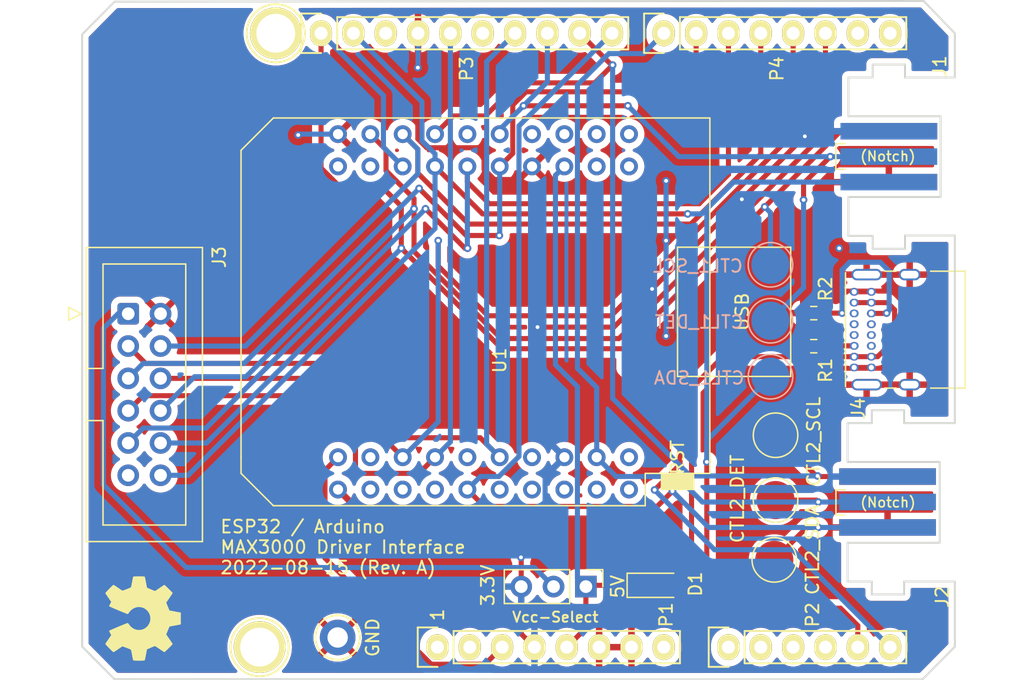
<source format=kicad_pcb>
(kicad_pcb (version 20211014) (generator pcbnew)
  (title_block (title "Flippy Dot Arduino and ESP32 Shield") (date "2022-08-16") (rev "A"))
  (layers (0 "F.Cu" signal) (31 "B.Cu" signal) (34 "B.Paste" user) (35 "F.Paste" user) (36 "B.SilkS" user "B.Silkscreen") (37 "F.SilkS" user "F.Silkscreen") (38 "B.Mask" user) (39 "F.Mask" user) (44 "Edge.Cuts" user))
  (net 0 "")
  (net 1 "/IOREF")
  (net 2 "/Reset")
  (net 3 "+5V")
  (net 4 "GND")
  (net 5 "/Vin")
  (net 6 "/A0")
  (net 7 "/A1")
  (net 8 "/A2")
  (net 9 "/A3")
  (net 10 "/AREF")
  (net 11 "VBUS")
  (net 12 "PIN_I2C_SCL")
  (net 13 "/9(**)")
  (net 14 "/8")
  (net 15 "/7")
  (net 16 "/10(**{slash}SS)")
  (net 17 "PIN_I2C_SDA")
  (net 18 "Net-(J3-Pad1)")
  (net 19 "MTX_DOUT")
  (net 20 "MTX_LATCH")
  (net 21 "/1(Tx)")
  (net 22 "/0(Rx)")
  (net 23 "MTX_CLK")
  (net 24 "MTX_RST")
  (net 26 "PULSE_ENABLE_IN")
  (net 27 "COL_PULSE_N")
  (net 28 "ROW_PULSE_N")
  (net 29 "Net-(J4-PadA5)")
  (net 30 "+3V3")
  (net 31 "/12(MISO)")
  (net 37 "Net-(J4-PadB5)")
  (footprint "Socket_Arduino_Uno:Socket_Strip_Arduino_1x08" (layer "F.Cu") (at 138.938 123.825)
    (fp_text reference "P1" (at 17.96 -2.54 90) (layer "F.SilkS"))
    (fp_text value "Power")
    (pad "1" thru_hole oval locked (at 0 0) (size 1.7272 2.032) (drill 1.016) (layers *.Cu *.Mask "F.SilkS"))
    (pad "2" thru_hole oval locked (at 2.54 0) (size 1.7272 2.032) (drill 1.016) (layers *.Cu *.Mask "F.SilkS") (net 1 "/IOREF"))
    (pad "3" thru_hole oval locked (at 5.08 0) (size 1.7272 2.032) (drill 1.016) (layers *.Cu *.Mask "F.SilkS") (net 2 "/Reset"))
    (pad "4" thru_hole oval locked (at 7.62 0) (size 1.7272 2.032) (drill 1.016) (layers *.Cu *.Mask "F.SilkS") (net 30 "+3V3"))
    (pad "5" thru_hole oval locked (at 10.16 0) (size 1.7272 2.032) (drill 1.016) (layers *.Cu *.Mask "F.SilkS") (net 3 "+5V"))
    (pad "6" thru_hole oval locked (at 12.7 0) (size 1.7272 2.032) (drill 1.016) (layers *.Cu *.Mask "F.SilkS") (net 4 "GND"))
    (pad "7" thru_hole oval locked (at 15.24 0) (size 1.7272 2.032) (drill 1.016) (layers *.Cu *.Mask "F.SilkS") (net 4 "GND"))
    (pad "8" thru_hole oval locked (at 17.78 0) (size 1.7272 2.032) (drill 1.016) (layers *.Cu *.Mask "F.SilkS") (net 5 "/Vin"))
  )
  (footprint "Socket_Arduino_Uno:Socket_Strip_Arduino_1x06" (layer "F.Cu") (at 161.798 123.825)
    (fp_text reference "P2" (at 6.604 -2.54 90) (layer "F.SilkS"))
    (fp_text value "Analog")
    (pad "1" thru_hole oval locked (at 0 0) (size 1.7272 2.032) (drill 1.016) (layers *.Cu *.Mask "F.SilkS") (net 6 "/A0"))
    (pad "2" thru_hole oval locked (at 2.54 0) (size 1.7272 2.032) (drill 1.016) (layers *.Cu *.Mask "F.SilkS") (net 7 "/A1"))
    (pad "3" thru_hole oval locked (at 5.08 0) (size 1.7272 2.032) (drill 1.016) (layers *.Cu *.Mask "F.SilkS") (net 8 "/A2"))
    (pad "4" thru_hole oval locked (at 7.62 0) (size 1.7272 2.032) (drill 1.016) (layers *.Cu *.Mask "F.SilkS") (net 9 "/A3"))
    (pad "5" thru_hole oval locked (at 10.16 0) (size 1.7272 2.032) (drill 1.016) (layers *.Cu *.Mask "F.SilkS") (net 17 "PIN_I2C_SDA"))
    (pad "6" thru_hole oval locked (at 12.7 0) (size 1.7272 2.032) (drill 1.016) (layers *.Cu *.Mask "F.SilkS") (net 12 "PIN_I2C_SCL"))
  )
  (footprint "Socket_Arduino_Uno:Socket_Strip_Arduino_1x10" (layer "F.Cu") (at 129.794 75.565)
    (fp_text reference "P3" (at 11.43 2.794 270) (layer "F.SilkS"))
    (fp_text value "Digital")
    (pad "1" thru_hole oval locked (at 0 0) (size 1.7272 2.032) (drill 1.016) (layers *.Cu *.Mask "F.SilkS") (net 12 "PIN_I2C_SCL"))
    (pad "2" thru_hole oval locked (at 2.54 0) (size 1.7272 2.032) (drill 1.016) (layers *.Cu *.Mask "F.SilkS") (net 17 "PIN_I2C_SDA"))
    (pad "3" thru_hole oval locked (at 5.08 0) (size 1.7272 2.032) (drill 1.016) (layers *.Cu *.Mask "F.SilkS") (net 10 "/AREF"))
    (pad "4" thru_hole oval locked (at 7.62 0) (size 1.7272 2.032) (drill 1.016) (layers *.Cu *.Mask "F.SilkS") (net 4 "GND"))
    (pad "5" thru_hole oval locked (at 10.16 0) (size 1.7272 2.032) (drill 1.016) (layers *.Cu *.Mask "F.SilkS") (net 23 "MTX_CLK"))
    (pad "6" thru_hole oval locked (at 12.7 0) (size 1.7272 2.032) (drill 1.016) (layers *.Cu *.Mask "F.SilkS") (net 31 "/12(MISO)"))
    (pad "7" thru_hole oval locked (at 15.24 0) (size 1.7272 2.032) (drill 1.016) (layers *.Cu *.Mask "F.SilkS") (net 19 "MTX_DOUT"))
    (pad "8" thru_hole oval locked (at 17.78 0) (size 1.7272 2.032) (drill 1.016) (layers *.Cu *.Mask "F.SilkS") (net 16 "/10(**{slash}SS)"))
    (pad "9" thru_hole oval locked (at 20.32 0) (size 1.7272 2.032) (drill 1.016) (layers *.Cu *.Mask "F.SilkS") (net 13 "/9(**)"))
    (pad "10" thru_hole oval locked (at 22.86 0) (size 1.7272 2.032) (drill 1.016) (layers *.Cu *.Mask "F.SilkS") (net 14 "/8"))
  )
  (footprint "Socket_Arduino_Uno:Socket_Strip_Arduino_1x08" (layer "F.Cu") (at 156.718 75.565)
    (fp_text reference "P4" (at 8.89 2.794 90) (layer "F.SilkS"))
    (fp_text value "Digital")
    (pad "1" thru_hole oval locked (at 0 0) (size 1.7272 2.032) (drill 1.016) (layers *.Cu *.Mask "F.SilkS") (net 15 "/7"))
    (pad "2" thru_hole oval locked (at 2.54 0) (size 1.7272 2.032) (drill 1.016) (layers *.Cu *.Mask "F.SilkS") (net 20 "MTX_LATCH"))
    (pad "3" thru_hole oval locked (at 5.08 0) (size 1.7272 2.032) (drill 1.016) (layers *.Cu *.Mask "F.SilkS") (net 24 "MTX_RST"))
    (pad "4" thru_hole oval locked (at 7.62 0) (size 1.7272 2.032) (drill 1.016) (layers *.Cu *.Mask "F.SilkS") (net 26 "PULSE_ENABLE_IN"))
    (pad "5" thru_hole oval locked (at 10.16 0) (size 1.7272 2.032) (drill 1.016) (layers *.Cu *.Mask "F.SilkS") (net 27 "COL_PULSE_N"))
    (pad "6" thru_hole oval locked (at 12.7 0) (size 1.7272 2.032) (drill 1.016) (layers *.Cu *.Mask "F.SilkS") (net 28 "ROW_PULSE_N"))
    (pad "7" thru_hole oval locked (at 15.24 0) (size 1.7272 2.032) (drill 1.016) (layers *.Cu *.Mask "F.SilkS") (net 21 "/1(Tx)"))
    (pad "8" thru_hole oval locked (at 17.78 0) (size 1.7272 2.032) (drill 1.016) (layers *.Cu *.Mask "F.SilkS") (net 22 "/0(Rx)"))
  )
  (footprint "Socket_Arduino_Uno:Arduino_1pin" (layer "F.Cu") (at 124.968 123.825)
    (fp_text reference "P5" hide)
    (fp_text value "CONN_01X01" hide)
    (pad "1" thru_hole circle locked (at 0 0) (size 4.064 4.064) (drill 3.048) (layers *.Cu *.Mask "F.SilkS"))
  )
  (footprint "Socket_Arduino_Uno:Arduino_1pin" (layer "F.Cu") (at 126.238 75.565)
    (fp_text reference "P7" hide)
    (fp_text value "CONN_01X01" hide)
    (pad "1" thru_hole circle locked (at 0 0) (size 4.064 4.064) (drill 3.048) (layers *.Cu *.Mask "F.SilkS"))
  )
  (footprint "Diode_SMD:Nexperia_CFP3_SOD-123W" (layer "F.Cu") (at 156.098 118.965)
    (fp_text reference "D1" (at 3.1 -0.1 90) (layer "F.SilkS"))
    (fp_text value "PMEG60T10ELR")
    (pad "1" smd rect locked (at -1.4 0) (size 1.2 1.2) (layers "F.Cu" "F.Paste" "F.Mask") (net 3 "+5V"))
    (pad "2" smd rect locked (at 1.4 0) (size 1.2 1.2) (layers "F.Cu" "F.Paste" "F.Mask") (net 11 "VBUS"))
  )
  (footprint "FlippyControl:ESP32_mini" (layer "F.Cu") (at 142.558 97.465 90)
    (fp_text reference "U1" (at -3.81 1.27 90) (layer "F.SilkS"))
    (fp_text value "mini_esp32")
    (fp_text user "RST" (at -11.43 15.24 90) (layer "F.SilkS"))
    (fp_text user "USB" (at 0 20.32 90) (layer "F.SilkS"))
    (pad "1" thru_hole circle (at -13.97 -11.43) (size 1.4 1.4) (drill 0.8) (layers *.Cu *.Mask) (net 4 "GND"))
    (pad "2" thru_hole circle (at -11.43 -11.43) (size 1.4 1.4) (drill 0.8) (layers *.Cu *.Mask) (net 2 "/Reset"))
    (pad "3" thru_hole circle (at -13.97 -8.89) (size 1.4 1.4) (drill 0.8) (layers *.Cu *.Mask))
    (pad "4" thru_hole circle (at -11.43 -8.89) (size 1.4 1.4) (drill 0.8) (layers *.Cu *.Mask))
    (pad "5" thru_hole circle (at -13.97 -6.35) (size 1.4 1.4) (drill 0.8) (layers *.Cu *.Mask))
    (pad "6" thru_hole circle (at -11.43 -6.35) (size 1.4 1.4) (drill 0.8) (layers *.Cu *.Mask) (net 27 "COL_PULSE_N"))
    (pad "7" thru_hole circle (at -13.97 -3.81) (size 1.4 1.4) (drill 0.8) (layers *.Cu *.Mask))
    (pad "8" thru_hole circle (at -11.43 -3.81) (size 1.4 1.4) (drill 0.8) (layers *.Cu *.Mask) (net 23 "MTX_CLK"))
    (pad "9" thru_hole circle (at -13.97 -1.27) (size 1.4 1.4) (drill 0.8) (layers *.Cu *.Mask) (net 14 "/8"))
    (pad "10" thru_hole circle (at -11.43 -1.27) (size 1.4 1.4) (drill 0.8) (layers *.Cu *.Mask))
    (pad "11" thru_hole circle (at -13.97 1.27) (size 1.4 1.4) (drill 0.8) (layers *.Cu *.Mask))
    (pad "12" thru_hole circle (at -11.43 1.27) (size 1.4 1.4) (drill 0.8) (layers *.Cu *.Mask) (net 19 "MTX_DOUT"))
    (pad "13" thru_hole circle (at -13.97 3.81) (size 1.4 1.4) (drill 0.8) (layers *.Cu *.Mask))
    (pad "14" thru_hole circle (at -11.43 3.81) (size 1.4 1.4) (drill 0.8) (layers *.Cu *.Mask))
    (pad "15" thru_hole circle (at -13.97 6.35) (size 1.4 1.4) (drill 0.8) (layers *.Cu *.Mask))
    (pad "16" thru_hole circle (at -11.43 6.35) (size 1.4 1.4) (drill 0.8) (layers *.Cu *.Mask) (net 30 "+3V3"))
    (pad "17" thru_hole circle (at -13.97 8.89) (size 1.4 1.4) (drill 0.8) (layers *.Cu *.Mask))
    (pad "18" thru_hole circle (at -11.43 8.89) (size 1.4 1.4) (drill 0.8) (layers *.Cu *.Mask) (net 15 "/7"))
    (pad "19" thru_hole circle (at -13.97 11.43) (size 1.4 1.4) (drill 0.8) (layers *.Cu *.Mask))
    (pad "20" thru_hole circle (at -11.43 11.43) (size 1.4 1.4) (drill 0.8) (layers *.Cu *.Mask))
    (pad "21" thru_hole circle (at 11.43 -11.43) (size 1.4 1.4) (drill 0.8) (layers *.Cu *.Mask))
    (pad "22" thru_hole circle (at 13.97 -11.43) (size 1.4 1.4) (drill 0.8) (layers *.Cu *.Mask) (net 4 "GND"))
    (pad "23" thru_hole circle (at 11.43 -8.89) (size 1.4 1.4) (drill 0.8) (layers *.Cu *.Mask))
    (pad "24" thru_hole circle (at 13.97 -8.89) (size 1.4 1.4) (drill 0.8) (layers *.Cu *.Mask) (net 28 "ROW_PULSE_N"))
    (pad "25" thru_hole circle (at 11.43 -6.35) (size 1.4 1.4) (drill 0.8) (layers *.Cu *.Mask) (net 12 "PIN_I2C_SCL"))
    (pad "26" thru_hole circle (at 13.97 -6.35) (size 1.4 1.4) (drill 0.8) (layers *.Cu *.Mask) (net 26 "PULSE_ENABLE_IN"))
    (pad "27" thru_hole circle (at 11.43 -3.81) (size 1.4 1.4) (drill 0.8) (layers *.Cu *.Mask) (net 17 "PIN_I2C_SDA"))
    (pad "28" thru_hole circle (at 13.97 -3.81) (size 1.4 1.4) (drill 0.8) (layers *.Cu *.Mask) (net 13 "/9(**)"))
    (pad "29" thru_hole circle (at 11.43 -1.27) (size 1.4 1.4) (drill 0.8) (layers *.Cu *.Mask) (net 24 "MTX_RST"))
    (pad "30" thru_hole circle (at 13.97 -1.27) (size 1.4 1.4) (drill 0.8) (layers *.Cu *.Mask))
    (pad "31" thru_hole circle (at 11.43 1.27) (size 1.4 1.4) (drill 0.8) (layers *.Cu *.Mask) (net 20 "MTX_LATCH"))
    (pad "32" thru_hole circle (at 13.97 1.27) (size 1.4 1.4) (drill 0.8) (layers *.Cu *.Mask) (net 16 "/10(**{slash}SS)"))
    (pad "33" thru_hole circle (at 11.43 3.81) (size 1.4 1.4) (drill 0.8) (layers *.Cu *.Mask) (net 4 "GND"))
    (pad "34" thru_hole circle (at 13.97 3.81) (size 1.4 1.4) (drill 0.8) (layers *.Cu *.Mask))
    (pad "35" thru_hole circle (at 11.43 6.35) (size 1.4 1.4) (drill 0.8) (layers *.Cu *.Mask) (net 3 "+5V"))
    (pad "36" thru_hole circle (at 13.97 6.35) (size 1.4 1.4) (drill 0.8) (layers *.Cu *.Mask))
    (pad "37" thru_hole circle (at 11.43 8.89) (size 1.4 1.4) (drill 0.8) (layers *.Cu *.Mask))
    (pad "38" thru_hole circle (at 13.97 8.89) (size 1.4 1.4) (drill 0.8) (layers *.Cu *.Mask))
    (pad "39" thru_hole circle (at 11.43 11.43) (size 1.4 1.4) (drill 0.8) (layers *.Cu *.Mask))
    (pad "40" thru_hole circle (at 13.97 11.43) (size 1.4 1.4) (drill 0.8) (layers *.Cu *.Mask))
  )
  (footprint "TestPoint:TestPoint_Keystone_5005-5009_Compact" (layer "F.Cu") (at 131.098 123.065 90)
    (fp_text reference "TP7" hide)
    (fp_text value "GND" (at 0 2.75 90) (layer "F.SilkS"))
    (pad "1" thru_hole circle locked (at 0 0 90) (size 2.8 2.8) (drill 1.6) (layers *.Cu *.Mask) (net 4 "GND"))
  )
  (footprint "Connector_USB:USB_C_Receptacle_GCT_USB4085" (layer "F.Cu") (at 171.673 101.84 90)
    (fp_text reference "J4" (at -3.225 0.325 270) (layer "F.SilkS"))
    (fp_text value "USB_C_Receptacle_USB2.0")
    (pad "A1" thru_hole oval locked (at 0 0 90) (size 0.6 0.7) (drill 0.4) (layers *.Cu *.Mask) (net 4 "GND"))
    (pad "A4" thru_hole oval locked (at 0.85 0 90) (size 0.6 0.7) (drill 0.4) (layers *.Cu *.Mask) (net 11 "VBUS"))
    (pad "A5" thru_hole oval locked (at 1.7 0 90) (size 0.6 0.7) (drill 0.4) (layers *.Cu *.Mask) (net 29 "Net-(J4-PadA5)"))
    (pad "A6" thru_hole oval locked (at 2.55 0 90) (size 0.6 0.7) (drill 0.4) (layers *.Cu *.Mask))
    (pad "A7" thru_hole oval locked (at 3.4 0 90) (size 0.6 0.7) (drill 0.4) (layers *.Cu *.Mask))
    (pad "A8" thru_hole oval locked (at 4.25 0 90) (size 0.6 0.7) (drill 0.4) (layers *.Cu *.Mask))
    (pad "A9" thru_hole oval locked (at 5.1 0 90) (size 0.6 0.7) (drill 0.4) (layers *.Cu *.Mask) (net 11 "VBUS"))
    (pad "A12" thru_hole oval locked (at 5.95 0 90) (size 0.6 0.7) (drill 0.4) (layers *.Cu *.Mask) (net 4 "GND"))
    (pad "B1" thru_hole oval locked (at 5.95 1.35 90) (size 0.6 0.7) (drill 0.4) (layers *.Cu *.Mask) (net 4 "GND"))
    (pad "B4" thru_hole oval locked (at 5.1 1.35 90) (size 0.6 0.7) (drill 0.4) (layers *.Cu *.Mask) (net 11 "VBUS"))
    (pad "B5" thru_hole oval locked (at 4.25 1.35 90) (size 0.6 0.7) (drill 0.4) (layers *.Cu *.Mask) (net 37 "Net-(J4-PadB5)"))
    (pad "B6" thru_hole oval locked (at 3.4 1.35 90) (size 0.6 0.7) (drill 0.4) (layers *.Cu *.Mask))
    (pad "B7" thru_hole oval locked (at 2.55 1.35 90) (size 0.6 0.7) (drill 0.4) (layers *.Cu *.Mask))
    (pad "B8" thru_hole oval locked (at 1.7 1.35 90) (size 0.6 0.7) (drill 0.4) (layers *.Cu *.Mask))
    (pad "B9" thru_hole oval locked (at 0.85 1.35 90) (size 0.6 0.7) (drill 0.4) (layers *.Cu *.Mask) (net 11 "VBUS"))
    (pad "B12" thru_hole oval locked (at 0 1.35 90) (size 0.6 0.7) (drill 0.4) (layers *.Cu *.Mask) (net 4 "GND"))
    (pad "S1" thru_hole oval locked (at 7.3 0.98 90) (size 0.9 2.4) (drill oval 0.6 2.1) (layers *.Cu *.Mask) (net 4 "GND"))
    (pad "S1" thru_hole oval locked (at 7.3 4.36 90) (size 0.9 1.7) (drill oval 0.6 1.4) (layers *.Cu *.Mask) (net 4 "GND"))
    (pad "S1" thru_hole oval locked (at -1.35 0.98 90) (size 0.9 2.4) (drill oval 0.6 2.1) (layers *.Cu *.Mask) (net 4 "GND"))
    (pad "S1" thru_hole oval locked (at -1.35 4.36 90) (size 0.9 1.7) (drill oval 0.6 1.4) (layers *.Cu *.Mask) (net 4 "GND"))
  )
  (footprint "TestPoint:TestPoint_Pad_D3.0mm" (layer "F.Cu") (at 165.398 116.965)
    (fp_text reference "TP3" hide)
    (fp_text value "CTL2_SDA" (at 3 -0.8 90) (layer "F.SilkS"))
    (pad "1" smd circle locked (at 0 0) (size 3 3) (layers "F.Cu" "F.Mask") (net 14 "/8"))
  )
  (footprint "TestPoint:TestPoint_Pad_D3.0mm" (layer "F.Cu") (at 165.498 107.165)
    (fp_text reference "TP1" hide)
    (fp_text value "CTL2_SCL" (at 3 0.5 90) (layer "F.SilkS"))
    (pad "1" smd circle locked (at 0 0) (size 3 3) (layers "F.Cu" "F.Mask") (net 13 "/9(**)"))
  )
  (footprint "Connector_IDC:IDC-Header_2x06_P2.54mm_Vertical" (layer "F.Cu") (at 114.6455 97.615)
    (fp_text reference "J3" (at 7.1525 -4.45 90) (layer "F.SilkS"))
    (fp_text value "Data Harness Out")
    (pad "1" thru_hole roundrect locked (at 0 0) (size 1.7 1.7) (drill 1) (layers *.Cu *.Mask) (roundrect_rratio 0.1470588235) (net 18 "Net-(J3-Pad1)"))
    (pad "2" thru_hole circle locked (at 2.54 0) (size 1.7 1.7) (drill 1) (layers *.Cu *.Mask) (net 4 "GND"))
    (pad "3" thru_hole circle locked (at 0 2.54) (size 1.7 1.7) (drill 1) (layers *.Cu *.Mask) (net 19 "MTX_DOUT"))
    (pad "4" thru_hole circle locked (at 2.54 2.54) (size 1.7 1.7) (drill 1) (layers *.Cu *.Mask) (net 26 "PULSE_ENABLE_IN"))
    (pad "5" thru_hole circle locked (at 0 5.08) (size 1.7 1.7) (drill 1) (layers *.Cu *.Mask) (net 20 "MTX_LATCH"))
    (pad "6" thru_hole circle locked (at 2.54 5.08) (size 1.7 1.7) (drill 1) (layers *.Cu *.Mask) (net 27 "COL_PULSE_N"))
    (pad "7" thru_hole circle locked (at 0 7.62) (size 1.7 1.7) (drill 1) (layers *.Cu *.Mask) (net 23 "MTX_CLK"))
    (pad "8" thru_hole circle locked (at 2.54 7.62) (size 1.7 1.7) (drill 1) (layers *.Cu *.Mask) (net 28 "ROW_PULSE_N"))
    (pad "9" thru_hole circle locked (at 0 10.16) (size 1.7 1.7) (drill 1) (layers *.Cu *.Mask) (net 24 "MTX_RST"))
    (pad "10" thru_hole circle locked (at 2.54 10.16) (size 1.7 1.7) (drill 1) (layers *.Cu *.Mask) (net 12 "PIN_I2C_SCL"))
    (pad "11" thru_hole circle locked (at 0 12.7) (size 1.7 1.7) (drill 1) (layers *.Cu *.Mask))
    (pad "12" thru_hole circle locked (at 2.54 12.7) (size 1.7 1.7) (drill 1) (layers *.Cu *.Mask) (net 17 "PIN_I2C_SDA"))
  )
  (footprint "FlippyControl:WiiNunchuck" (layer "F.Cu") (at 174.398 85.264877 -90)
    (fp_text reference "J1" (at -7.099877 -4 -90) (layer "F.SilkS"))
    (fp_text value "WiiNunchuck")
    (pad "1" smd rect (at 2.000123 0 270) (size 1.299972 7.599172) (layers "F.Cu" "F.Mask") (net 4 "GND"))
    (pad "2" smd rect (at 0 0 270) (size 1.299972 7.599172) (layers "B.Cu" "B.Mask") (net 16 "/10(**{slash}SS)"))
    (pad "3" smd rect (at -1.999996 0 270) (size 1.299972 7.599172) (layers "F.Cu" "F.Mask") (net 12 "PIN_I2C_SCL"))
    (pad "4" smd rect (at -1.999996 0 270) (size 1.299972 7.599172) (layers "B.Cu" "B.Mask") (net 30 "+3V3"))
    (pad "5" smd rect (at 2.000123 0 270) (size 1.299972 7.599172) (layers "B.Cu" "B.Mask") (net 17 "PIN_I2C_SDA"))
  )
  (footprint "Connector_PinHeader_2.54mm:PinHeader_1x03_P2.54mm_Vertical" (layer "F.Cu") (at 150.598 119.065 -90)
    (fp_text reference "JP1" hide)
    (fp_text value "Vcc-Select" (at 2.4 2.4 180) (layer "F.SilkS") (effects (font (size 0.8 0.8))))
    (fp_text user "3.3V" (at -0.1 7.7 90 unlocked) (layer "F.SilkS"))
    (fp_text user "5V" (at 0 -2.5 90 unlocked) (layer "F.SilkS"))
    (pad "1" thru_hole rect locked (at 0 0 270) (size 1.7 1.7) (drill 1) (layers *.Cu *.Mask) (net 3 "+5V"))
    (pad "2" thru_hole oval locked (at 0 2.54 270) (size 1.7 1.7) (drill 1) (layers *.Cu *.Mask) (net 18 "Net-(J3-Pad1)"))
    (pad "3" thru_hole oval locked (at 0 5.08 270) (size 1.7 1.7) (drill 1) (layers *.Cu *.Mask) (net 30 "+3V3"))
  )
  (footprint "FlippyControl:WiiNunchuck" (layer "F.Cu") (at 174.298 112.415 -90)
    (fp_text reference "J2" (at 7.45 -4.3 -90) (layer "F.SilkS"))
    (fp_text value "WiiNunchuck")
    (pad "1" smd rect (at 2.000123 0 270) (size 1.299972 7.599172) (layers "F.Cu" "F.Mask") (net 4 "GND"))
    (pad "2" smd rect (at 0 0 270) (size 1.299972 7.599172) (layers "B.Cu" "B.Mask") (net 15 "/7"))
    (pad "3" smd rect (at -1.999996 0 270) (size 1.299972 7.599172) (layers "F.Cu" "F.Mask") (net 13 "/9(**)"))
    (pad "4" smd rect (at -1.999996 0 270) (size 1.299972 7.599172) (layers "B.Cu" "B.Mask") (net 30 "+3V3"))
    (pad "5" smd rect (at 2.000123 0 270) (size 1.299972 7.599172) (layers "B.Cu" "B.Mask") (net 14 "/8"))
  )
  (footprint "TestPoint:TestPoint_Pad_D3.0mm" (layer "F.Cu") (at 165.498 112.265)
    (fp_text reference "TP5" hide)
    (fp_text value "CTL2_DET" (at -3 -0.1 90) (layer "F.SilkS"))
    (pad "1" smd circle locked (at 0 0) (size 3 3) (layers "F.Cu" "F.Mask") (net 15 "/7"))
  )
  (footprint "Resistor_SMD:R_0603_1608Metric" (layer "F.Cu") (at 168.498 97.565 180)
    (fp_text reference "R2" (at -0.925 1.9 90) (layer "F.SilkS"))
    (fp_text value "5.1k")
    (pad "1" smd roundrect locked (at -0.825 0 180) (size 0.8 0.95) (layers "F.Cu" "F.Paste" "F.Mask") (net 37 "Net-(J4-PadB5)"))
    (pad "2" smd roundrect locked (at 0.825 0 180) (size 0.8 0.95) (layers "F.Cu" "F.Paste" "F.Mask") (net 4 "GND"))
  )
  (footprint "Resistor_SMD:R_0603_1608Metric" (layer "F.Cu") (at 168.498 100.165 180)
    (fp_text reference "R1" (at -0.925 -1.9 90) (layer "F.SilkS"))
    (fp_text value "5.1k")
    (pad "1" smd roundrect locked (at -0.825 0 180) (size 0.8 0.95) (layers "F.Cu" "F.Paste" "F.Mask") (net 29 "Net-(J4-PadA5)"))
    (pad "2" smd roundrect locked (at 0.825 0 180) (size 0.8 0.95) (layers "F.Cu" "F.Paste" "F.Mask") (net 4 "GND"))
  )
  (footprint "Symbol:OSHW-Symbol_6.7x6mm_SilkScreen" (layer "F.Cu") (at 115.798 121.565 -90)
    (fp_text reference "REF**" hide)
    (fp_text value "OSHW-Symbol_6.7x6mm_SilkScreen" hide)
  )
  (footprint "TestPoint:TestPoint_Pad_D3.0mm" (layer "B.Cu") (at 165.098 102.565 180)
    (fp_text reference "TP4" hide)
    (fp_text value "CTL1_SDA" (at 5.6 -0.1) (layer "B.SilkS") (effects (justify mirror)))
    (pad "1" smd circle locked (at 0 0 180) (size 3 3) (layers "B.Cu" "B.Mask") (net 17 "PIN_I2C_SDA"))
  )
  (footprint "TestPoint:TestPoint_Pad_D3.0mm" (layer "B.Cu") (at 165.098 98.165 180)
    (fp_text reference "TP6" hide)
    (fp_text value "CTL1_DET" (at 5.6 -0.1) (layer "B.SilkS") (effects (justify mirror)))
    (pad "1" smd circle locked (at 0 0 180) (size 3 3) (layers "B.Cu" "B.Mask") (net 16 "/10(**{slash}SS)"))
  )
  (footprint "TestPoint:TestPoint_Pad_D3.0mm" (layer "B.Cu") (at 165.098 93.765 180)
    (fp_text reference "TP2" hide)
    (fp_text value "CTL1_SCL" (at 5.7 -0.1) (layer "B.SilkS") (effects (justify mirror)))
    (pad "1" smd circle locked (at 0 0 180) (size 3 3) (layers "B.Cu" "B.Mask") (net 12 "PIN_I2C_SCL"))
  )
  (gr_line (start 170.2324 84.248877) (end 170.2324 86.255477) (layer "F.SilkS") (width 0.12))
  (gr_line (start 170.2424 113.465) (end 170.9536 113.465) (layer "F.SilkS") (width 0.12))
  (gr_line (start 170.2324 86.255477) (end 170.9436 86.255477) (layer "F.SilkS") (width 0.12))
  (gr_line (start 170.969 84.248877) (end 170.2324 84.248877) (layer "F.SilkS") (width 0.12))
  (gr_line (start 170.2424 111.4584) (end 170.2424 113.465) (layer "F.SilkS") (width 0.12))
  (gr_line (start 170.979 111.4584) (end 170.2424 111.4584) (layer "F.SilkS") (width 0.12))
  (gr_line (start 175.598 106.219) (end 179.578 106.219) (layer "Edge.Cuts") (width 0.15))
  (gr_line (start 179.578 123.795) (end 179.578 118.665) (layer "Edge.Cuts") (width 0.15))
  (gr_line (start 171.153 115.617) (end 178.392 115.617) (layer "Edge.Cuts") (width 0.15))
  (gr_line (start 171.223 82.089877) (end 178.462 82.089877) (layer "Edge.Cuts") (width 0.15))
  (gr_line (start 178.392 109.267) (end 178.392 115.617) (layer "Edge.Cuts") (width 0.15))
  (gr_line (start 173.128 79.041877) (end 173.128 78.025877) (layer "Edge.Cuts") (width 0.15))
  (gr_line (start 173.128 91.487877) (end 171.223 91.487877) (layer "Edge.Cuts") (width 0.15))
  (gr_line (start 179.578 75.565) (end 177.128 73.025) (layer "Edge.Cuts") (width 0.15))
  (gr_line (start 171.153 106.219) (end 171.153 109.267) (layer "Edge.Cuts") (width 0.15))
  (gr_line (start 111.028 123.78) (end 113.568 126.35) (layer "Edge.Cuts") (width 0.15))
  (gr_line (start 175.668 91.465) (end 175.668 92.503877) (layer "Edge.Cuts") (width 0.15))
  (gr_line (start 173.128 92.503877) (end 173.128 91.487877) (layer "Edge.Cuts") (width 0.15))
  (gr_line (start 171.223 88.439877) (end 171.223 91.487877) (layer "Edge.Cuts") (width 0.15))
  (gr_line (start 173.058 119.681) (end 173.058 118.665) (layer "Edge.Cuts") (width 0.15))
  (gr_line (start 175.598 105.203) (end 175.598 106.219) (layer "Edge.Cuts") (width 0.15))
  (gr_line (start 111.028 75.65) (end 113.568 73.08) (layer "Edge.Cuts") (width 0.15))
  (gr_line (start 171.223 88.439877) (end 178.462 88.439877) (layer "Edge.Cuts") (width 0.15))
  (gr_line (start 171.153 109.267) (end 178.392 109.267) (layer "Edge.Cuts") (width 0.15))
  (gr_line (start 173.058 118.665) (end 171.153 118.665) (layer "Edge.Cuts") (width 0.15))
  (gr_line (start 171.153 115.617) (end 171.153 118.665) (layer "Edge.Cuts") (width 0.15))
  (gr_line (start 175.668 78.025877) (end 175.668 79.041877) (layer "Edge.Cuts") (width 0.15))
  (gr_line (start 173.128 78.025877) (end 175.668 78.025877) (layer "Edge.Cuts") (width 0.15))
  (gr_line (start 173.058 106.219) (end 173.058 105.203) (layer "Edge.Cuts") (width 0.15))
  (gr_line (start 175.668 79.041877) (end 179.578 79.041877) (layer "Edge.Cuts") (width 0.15))
  (gr_line (start 173.128 79.041877) (end 171.223 79.041877) (layer "Edge.Cuts") (width 0.15))
  (gr_line (start 175.598 118.665) (end 179.578 118.665) (layer "Edge.Cuts") (width 0.15))
  (gr_line (start 175.668 91.465) (end 179.578 91.465) (layer "Edge.Cuts") (width 0.15))
  (gr_line (start 173.128 92.503877) (end 175.668 92.503877) (layer "Edge.Cuts") (width 0.15))
  (gr_line (start 177.038 126.365) (end 179.578 123.795) (layer "Edge.Cuts") (width 0.15))
  (gr_line (start 111.028 75.65) (end 111.028 123.78) (layer "Edge.Cuts") (width 0.15))
  (gr_line (start 175.598 118.665) (end 175.598 119.681) (layer "Edge.Cuts") (width 0.15))
  (gr_line (start 179.578 79.041877) (end 179.578 75.565) (layer "Edge.Cuts") (width 0.15))
  (gr_line (start 173.058 119.681) (end 175.598 119.681) (layer "Edge.Cuts") (width 0.15))
  (gr_line (start 179.578 106.219) (end 179.578 91.465) (layer "Edge.Cuts") (width 0.15))
  (gr_line (start 171.223 79.041877) (end 171.223 82.089877) (layer "Edge.Cuts") (width 0.15))
  (gr_line (start 178.462 82.089877) (end 178.462 88.439877) (layer "Edge.Cuts") (width 0.15))
  (gr_line (start 173.058 106.219) (end 171.153 106.219) (layer "Edge.Cuts") (width 0.15))
  (gr_line (start 113.568 126.35) (end 177.038 126.365) (layer "Edge.Cuts") (width 0.15))
  (gr_line (start 173.058 105.203) (end 175.598 105.203) (layer "Edge.Cuts") (width 0.15))
  (gr_line (start 177.128 73.025) (end 113.568 73.08) (layer "Edge.Cuts") (width 0.15))
  (gr_text "ESP32 / Arduino\nMAX3000 Driver Interface\n2022-08-15 (Rev. A)" (at 121.798 115.965) (layer "F.SilkS") (effects (font (size 1 1)) (justify left)))
  (gr_text "(Notch)" (at 174.3318 112.449) (layer "F.SilkS") (effects (font (size 0.7714 0.7714) (thickness 0.12714))))
  (gr_text "(Notch)" (at 174.3218 85.239477) (layer "F.SilkS") (effects (font (size 0.7714 0.7714) (thickness 0.12714))))
  (gr_text "1" (at 138.938 121.285 90) (layer "F.SilkS") (effects (font (size 1 1))))
  (segment (start 142.67548 125.16752) (end 144.018 123.825) (width 0.4) (layer "F.Cu") (net 2))
  (segment (start 131.128 108.895) (end 130.101489 109.921511) (width 0.4) (layer "F.Cu") (net 2))
  (segment (start 130.101489 116.823972) (end 138.445037 125.16752) (width 0.4) (layer "F.Cu") (net 2))
  (segment (start 138.445037 125.16752) (end 142.67548 125.16752) (width 0.4) (layer "F.Cu") (net 2))
  (segment (start 130.101489 109.921511) (end 130.101489 116.823972) (width 0.4) (layer "F.Cu") (net 2))
  (segment (start 154.698 118.965) (end 150.698 118.965) (width 0.4) (layer "F.Cu") (net 3))
  (segment (start 150.698 118.965) (end 150.598 119.065) (width 0.4) (layer "F.Cu") (net 3))
  (segment (start 150.598 122.325) (end 149.098 123.825) (width 0.4) (layer "F.Cu") (net 3))
  (segment (start 150.598 119.065) (end 150.598 122.325) (width 0.4) (layer "F.Cu") (net 3))
  (segment (start 148.208 86.735) (end 148.208 101.619598) (width 0.4) (layer "B.Cu") (net 3))
  (segment (start 148.208 101.619598) (end 149.934511 103.346109) (width 0.4) (layer "B.Cu") (net 3))
  (segment (start 148.908 86.035) (end 148.208 86.735) (width 0.4) (layer "B.Cu") (net 3))
  (segment (start 149.934511 103.346109) (end 149.934511 118.401511) (width 0.4) (layer "B.Cu") (net 3))
  (segment (start 149.934511 118.401511) (end 150.598 119.065) (width 0.4) (layer "B.Cu") (net 3))
  (segment (start 142.598 86.256707) (end 142.598 85.065) (width 0.4) (layer "F.Cu") (net 4))
  (segment (start 143.402804 87.061511) (end 142.598 86.256707) (width 0.4) (layer "F.Cu") (net 4))
  (segment (start 174.398 87.265) (end 170.098 87.265) (width 0.4) (layer "F.Cu") (net 4))
  (segment (start 142.098 84.565) (end 138.098 84.565) (width 0.4) (layer "F.Cu") (net 4))
  (segment (start 138.098 84.565) (end 137.398 83.865) (width 0.4) (layer "F.Cu") (net 4))
  (segment (start 173.023 95.89) (end 171.673 95.89) (width 0.4) (layer "F.Cu") (net 4))
  (segment (start 169.398 91.365) (end 170.498 92.465) (width 0.4) (layer "F.Cu") (net 4))
  (segment (start 142.598 85.065) (end 142.098 84.565) (width 0.4) (layer "F.Cu") (net 4))
  (segment (start 145.341489 87.061511) (end 143.402804 87.061511) (width 0.4) (layer "F.Cu") (net 4))
  (segment (start 137.398 83.865) (end 137.398 78.265) (width 0.4) (layer "F.Cu") (net 4))
  (segment (start 169.398 87.965) (end 169.398 91.365) (width 0.4) (layer "F.Cu") (net 4))
  (segment (start 146.368 86.035) (end 145.341489 87.061511) (width 0.4) (layer "F.Cu") (net 4))
  (segment (start 170.098 87.265) (end 169.398 87.965) (width 0.4) (layer "F.Cu") (net 4))
  (segment (start 171.673 101.84) (end 173.023 101.84) (width 0.4) (layer "F.Cu") (net 4))
  (via (at 170.498 92.465) (size 0.6) (drill 0.3) (layers "F.Cu" "B.Cu") (net 4))
  (via (at 127.998 83.565) (size 0.6) (drill 0.3) (layers "F.Cu" "B.Cu") (net 4))
  (via (at 137.398 78.265) (size 0.6) (drill 0.3) (layers "F.Cu" "B.Cu") (net 4))
  (via (at 156.898 99.365) (size 0.6) (drill 0.3) (layers "F.Cu" "B.Cu") (net 4))
  (via (at 156.898 87.165) (size 0.6) (drill 0.3) (layers "F.Cu" "B.Cu") (net 4))
  (via (at 156.898 91.865) (size 0.6) (drill 0.3) (layers "F.Cu" "B.Cu") (net 4))
  (segment (start 128.068 83.495) (end 127.998 83.565) (width 0.4) (layer "B.Cu") (net 4))
  (segment (start 156.898 91.865) (end 156.898 87.165) (width 0.4) (layer "B.Cu") (net 4))
  (segment (start 137.414 78.249) (end 137.398 78.265) (width 0.4) (layer "B.Cu") (net 4))
  (segment (start 156.898 99.365) (end 156.898 91.865) (width 0.4) (layer "B.Cu") (net 4))
  (segment (start 131.128 83.495) (end 128.068 83.495) (width 0.4) (layer "B.Cu") (net 4))
  (segment (start 137.414 75.565) (end 137.414 78.249) (width 0.4) (layer "B.Cu") (net 4))
  (segment (start 161.373 100.99) (end 171.673 100.99) (width 0.4) (layer "F.Cu") (net 11))
  (segment (start 157.498 118.965) (end 158.898 117.565) (width 0.4) (layer "F.Cu") (net 11))
  (segment (start 173.023 100.99) (end 171.673 100.99) (width 0.4) (layer "F.Cu") (net 11))
  (segment (start 174.849501 99.658473) (end 174.849501 97.305494) (width 0.4) (layer "F.Cu") (net 11))
  (segment (start 174.849501 97.305494) (end 174.284007 96.74) (width 0.4) (layer "F.Cu") (net 11))
  (segment (start 173.023 100.99) (end 173.517974 100.99) (width 0.4) (layer "F.Cu") (net 11))
  (segment (start 173.023 96.74) (end 171.673 96.74) (width 0.4) (layer "F.Cu") (net 11))
  (segment (start 173.517974 100.99) (end 174.849501 99.658473) (width 0.4) (layer "F.Cu") (net 11))
  (segment (start 174.284007 96.74) (end 173.023 96.74) (width 0.4) (layer "F.Cu") (net 11))
  (segment (start 158.898 103.465) (end 161.373 100.99) (width 0.4) (layer "F.Cu") (net 11))
  (segment (start 158.898 117.565) (end 158.898 103.465) (width 0.4) (layer "F.Cu") (net 11))
  (segment (start 170.598119 83.264881) (end 164.648 89.215) (width 0.4) (layer "F.Cu") (net 12))
  (segment (start 153.698 101.865) (end 153.698 100.365) (width 0.4) (layer "F.Cu") (net 12))
  (segment (start 157.998 106.165) (end 157.998 109.465) (width 0.4) (layer "F.Cu") (net 12))
  (segment (start 153.698 101.865) (end 157.998 106.165) (width 0.4) (layer "F.Cu") (net 12))
  (segment (start 143.998 100.365) (end 136.098 92.465) (width 0.4) (layer "F.Cu") (net 12))
  (segment (start 157.998 109.465) (end 155.998 111.465) (width 0.4) (layer "F.Cu") (net 12))
  (segment (start 129.794 75.565) (end 129.794 86.161) (width 0.4) (layer "F.Cu") (net 12))
  (segment (start 174.398 83.264881) (end 170.598119 83.264881) (width 0.4) (layer "F.Cu") (net 12))
  (segment (start 136.098 89.165) (end 134.698 87.765) (width 0.4) (layer "F.Cu") (net 12))
  (segment (start 164.648 89.215) (end 153.698 100.165) (width 0.4) (layer "F.Cu") (net 12))
  (segment (start 153.698 100.365) (end 143.998 100.365) (width 0.4) (layer "F.Cu") (net 12))
  (segment (start 134.698 87.765) (end 131.398 87.765) (width 0.4) (layer "F.Cu") (net 12))
  (segment (start 129.794 86.161) (end 131.398 87.765) (width 0.4) (layer "F.Cu") (net 12))
  (segment (start 153.698 100.165) (end 153.698 101.865) (width 0.4) (layer "F.Cu") (net 12))
  (segment (start 136.098 92.465) (end 136.098 89.165) (width 0.4) (layer "F.Cu") (net 12))
  (via (at 155.998 111.465) (size 0.6) (drill 0.3) (layers "F.Cu" "B.Cu") (net 12))
  (via (at 164.648 89.215) (size 0.6) (drill 0.3) (layers "F.Cu" "B.Cu") (net 12))
  (via (at 136.098 92.465) (size 0.6) (drill 0.3) (layers "F.Cu" "B.Cu") (net 12))
  (segment (start 120.788 107.775) (end 136.098 92.465) (width 0.4) (layer "B.Cu") (net 12))
  (segment (start 165.098 93.765) (end 165.098 89.665) (width 0.4) (layer "B.Cu") (net 12))
  (segment (start 174.498 123.825) (end 166.838 116.165) (width 0.4) (layer "B.Cu") (net 12))
  (segment (start 166.838 116.165) (end 160.698 116.165) (width 0.4) (layer "B.Cu") (net 12))
  (segment (start 134.694511 80.465511) (end 129.794 75.565) (width 0.4) (layer "B.Cu") (net 12))
  (segment (start 136.208 86.035) (end 134.694511 84.521511) (width 0.4) (layer "B.Cu") (net 12))
  (segment (start 160.698 116.165) (end 155.998 111.465) (width 0.4) (layer "B.Cu") (net 12))
  (segment (start 117.1855 107.775) (end 120.788 107.775) (width 0.4) (layer "B.Cu") (net 12))
  (segment (start 134.694511 84.521511) (end 134.694511 80.465511) (width 0.4) (layer "B.Cu") (net 12))
  (segment (start 165.098 89.665) (end 164.648 89.215) (width 0.4) (layer "B.Cu") (net 12))
  (segment (start 168.698 110.365) (end 168.798 110.365) (width 0.4) (layer "F.Cu") (net 13))
  (segment (start 138.748 83.495) (end 140.178 82.065) (width 0.4) (layer "F.Cu") (net 13))
  (segment (start 174.298 110.415004) (end 168.848004 110.415004) (width 0.4) (layer "F.Cu") (net 13))
  (segment (start 140.178 82.065) (end 142.698 82.065) (width 0.4) (layer "F.Cu") (net 13))
  (segment (start 152.614 78.065) (end 150.114 75.565) (width 0.4) (layer "F.Cu") (net 13))
  (segment (start 151.298 79.465) (end 152.698 78.065) (width 0.4) (layer "F.Cu") (net 13))
  (segment (start 168.848004 110.415004) (end 168.798 110.365) (width 0.4) (layer "F.Cu") (net 13))
  (segment (start 142.698 82.065) (end 145.298 79.465) (width 0.4) (layer "F.Cu") (net 13))
  (segment (start 152.698 78.065) (end 152.614 78.065) (width 0.4) (layer "F.Cu") (net 13))
  (segment (start 145.298 79.465) (end 151.298 79.465) (width 0.4) (layer "F.Cu") (net 13))
  (segment (start 165.498 107.165) (end 168.698 110.365) (width 0.4) (layer "F.Cu") (net 13))
  (via (at 152.698 78.065) (size 0.6) (drill 0.3) (layers "F.Cu" "B.Cu") (net 13))
  (via (at 168.798 110.365) (size 0.6) (drill 0.3) (layers "F.Cu" "B.Cu") (net 13))
  (segment (start 168.798 110.365) (end 158.798 110.365) (width 0.4) (layer "B.Cu") (net 13))
  (segment (start 158.798 110.365) (end 152.698 104.265) (width 0.4) (layer "B.Cu") (net 13))
  (segment (start 152.698 104.265) (end 152.698 78.065) (width 0.4) (layer "B.Cu") (net 13))
  (segment (start 167.947877 114.415123) (end 168.847877 114.415123) (width 0.4) (layer "F.Cu") (net 14))
  (segment (start 141.288 111.435) (end 142.618 112.765) (width 0.4) (layer "F.Cu") (net 14))
  (segment (start 142.618 112.765) (end 156.198 112.765) (width 0.4) (layer "F.Cu") (net 14))
  (segment (start 156.198 112.765) (end 157.398 111.565) (width 0.4) (layer "F.Cu") (net 14))
  (segment (start 165.398 116.965) (end 167.947877 114.415123) (width 0.4) (layer "F.Cu") (net 14))
  (via (at 168.847877 114.415123) (size 0.6) (drill 0.3) (layers "F.Cu" "B.Cu") (net 14))
  (via (at 157.398 111.565) (size 0.6) (drill 0.3) (layers "F.Cu" "B.Cu") (net 14))
  (segment (start 174.298 114.415123) (end 168.847877 114.415123) (width 0.4) (layer "B.Cu") (net 14))
  (segment (start 152.626901 75.565) (end 145.341489 82.850412) (width 0.4) (layer "B.Cu") (net 14))
  (segment (start 143.766218 110.408489) (end 142.314511 110.408489) (width 0.4) (layer "B.Cu") (net 14))
  (segment (start 168.847877 114.415123) (end 160.248123 114.415123) (width 0.4) (layer "B.Cu") (net 14))
  (segment (start 160.248123 114.415123) (end 157.398 111.565) (width 0.4) (layer "B.Cu") (net 14))
  (segment (start 152.654 75.565) (end 152.626901 75.565) (width 0.4) (layer "B.Cu") (net 14))
  (segment (start 145.341489 108.833218) (end 143.766218 110.408489) (width 0.4) (layer "B.Cu") (net 14))
  (segment (start 142.314511 110.408489) (end 141.288 111.435) (width 0.4) (layer "B.Cu") (net 14))
  (segment (start 145.341489 82.850412) (end 145.341489 108.833218) (width 0.4) (layer "B.Cu") (net 14))
  (segment (start 165.498 112.265) (end 168.698 112.265) (width 0.4) (layer "F.Cu") (net 15))
  (segment (start 168.698 112.265) (end 168.848 112.415) (width 0.4) (layer "F.Cu") (net 15))
  (via (at 168.848 112.415) (size 0.6) (drill 0.3) (layers "F.Cu" "B.Cu") (net 15))
  (segment (start 157.741489 110.408489) (end 152.961489 110.408489) (width 0.4) (layer "B.Cu") (net 15))
  (segment (start 174.298 112.415) (end 168.848 112.415) (width 0.4) (layer "B.Cu") (net 15))
  (segment (start 152.398 77.165) (end 155.118 77.165) (width 0.4) (layer "B.Cu") (net 15))
  (segment (start 168.848 112.415) (end 159.748 112.415) (width 0.4) (layer "B.Cu") (net 15))
  (segment (start 151.448 103.415) (end 149.934511 101.901511) (width 0.4) (layer "B.Cu") (net 15))
  (segment (start 149.934511 101.901511) (end 149.934511 79.628489) (width 0.4) (layer "B.Cu") (net 15))
  (segment (start 149.934511 79.628489) (end 152.398 77.165) (width 0.4) (layer "B.Cu") (net 15))
  (segment (start 152.961489 110.408489) (end 151.448 108.895) (width 0.4) (layer "B.Cu") (net 15))
  (segment (start 155.118 77.165) (end 156.718 75.565) (width 0.4) (layer "B.Cu") (net 15))
  (segment (start 151.448 108.895) (end 151.448 103.415) (width 0.4) (layer "B.Cu") (net 15))
  (segment (start 159.748 112.415) (end 157.741489 110.408489) (width 0.4) (layer "B.Cu") (net 15))
  (segment (start 153.898 81.265) (end 145.698 81.265) (width 0.4) (layer "F.Cu") (net 16))
  (segment (start 167.698 87.365) (end 167.698 88.665) (width 0.4) (layer "F.Cu") (net 16))
  (segment (start 169.798123 85.264877) (end 167.698 87.365) (width 0.4) (layer "F.Cu") (net 16))
  (via (at 153.898 81.265) (size 0.6) (drill 0.3) (layers "F.Cu" "B.Cu") (net 16))
  (via (at 167.698 88.665) (size 0.6) (drill 0.3) (layers "F.Cu" "B.Cu") (net 16))
  (via (at 169.798123 85.264877) (size 0.6) (drill 0.3) (layers "F.Cu" "B.Cu") (net 16))
  (via (at 145.698 81.265) (size 0.6) (drill 0.3) (layers "F.Cu" "B.Cu") (net 16))
  (segment (start 147.574 79.389) (end 145.698 81.265) (width 0.4) (layer "B.Cu") (net 16))
  (segment (start 167.698 95.565) (end 167.698 88.665) (width 0.4) (layer "B.Cu") (net 16))
  (segment (start 174.398 85.264877) (end 169.798123 85.264877) (width 0.4) (layer "B.Cu") (net 16))
  (segment (start 165.098 98.165) (end 167.698 95.565) (width 0.4) (layer "B.Cu") (net 16))
  (segment (start 169.798123 85.264877) (end 157.897877 85.264877) (width 0.4) (layer "B.Cu") (net 16))
  (segment (start 147.574 75.565) (end 147.574 79.389) (width 0.4) (layer "B.Cu") (net 16))
  (segment (start 157.897877 85.264877) (end 153.898 81.265) (width 0.4) (layer "B.Cu") (net 16))
  (segment (start 143.828 83.495) (end 143.828 83.135) (width 0.4) (layer "B.Cu") (net 16))
  (segment (start 143.828 83.135) (end 145.698 81.265) (width 0.4) (layer "B.Cu") (net 16))
  (segment (start 138.748 86.035) (end 142.478 89.765) (width 0.4) (layer "F.Cu") (net 17))
  (segment (start 171.958 122.125) (end 170.598 120.765) (width 0.4) (layer "F.Cu") (net 17))
  (segment (start 171.958 123.825) (end 171.958 122.125) (width 0.4) (layer "F.Cu") (net 17))
  (segment (start 142.478 89.765) (end 158.598 89.765) (width 0.4) (layer "F.Cu") (net 17))
  (segment (start 161.398 120.765) (end 160.098 119.465) (width 0.4) (layer "F.Cu") (net 17))
  (segment (start 170.598 120.765) (end 161.398 120.765) (width 0.4) (layer "F.Cu") (net 17))
  (segment (start 160.098 119.465) (end 160.098 109.265) (width 0.4) (layer "F.Cu") (net 17))
  (via (at 158.598 89.765) (size 0.6) (drill 0.3) (layers "F.Cu" "B.Cu") (net 17))
  (via (at 160.098 109.265) (size 0.6) (drill 0.3) (layers "F.Cu" "B.Cu") (net 17))
  (segment (start 138.748 86.035) (end 138.748 85.045051) (width 0.4) (layer "B.Cu") (net 17))
  (segment (start 119.348 110.315) (end 138.748 90.915) (width 0.4) (layer "B.Cu") (net 17))
  (segment (start 138.748 85.045051) (end 137.721489 84.01854) (width 0.4) (layer "B.Cu") (net 17))
  (segment (start 138.748 90.915) (end 138.748 86.035) (width 0.4) (layer "B.Cu") (net 17))
  (segment (start 162.198 87.265) (end 160.098 89.365) (width 0.4) (layer "B.Cu") (net 17))
  (segment (start 117.1855 110.315) (end 119.348 110.315) (width 0.4) (layer "B.Cu") (net 17))
  (segment (start 165.098 102.565) (end 160.098 107.565) (width 0.4) (layer "B.Cu") (net 17))
  (segment (start 160.098 107.565) (end 160.098 109.265) (width 0.4) (layer "B.Cu") (net 17))
  (segment (start 159.698 89.765) (end 158.598 89.765) (width 0.4) (layer "B.Cu") (net 17))
  (segment (start 160.098 89.365) (end 160.098 109.265) (width 0.4) (layer "B.Cu") (net 17))
  (segment (start 174.398 87.265) (end 162.198 87.265) (width 0.4) (layer "B.Cu") (net 17))
  (segment (start 137.721489 84.01854) (end 137.721489 80.952489) (width 0.4) (layer "B.Cu") (net 17))
  (segment (start 137.721489 80.952489) (end 132.334 75.565) (width 0.4) (layer "B.Cu") (net 17))
  (segment (start 162.198 87.265) (end 159.698 89.765) (width 0.4) (layer "B.Cu") (net 17))
  (segment (start 119.198 117.565) (end 112.698 111.065) (width 0.4) (layer "B.Cu") (net 18))
  (segment (start 148.058 119.065) (end 146.558 117.565) (width 0.4) (layer "B.Cu") (net 18))
  (segment (start 112.698 98.765) (end 113.848 97.615) (width 0.4) (layer "B.Cu") (net 18))
  (segment (start 146.558 117.565) (end 119.198 117.565) (width 0.4) (layer "B.Cu") (net 18))
  (segment (start 112.698 111.065) (end 112.698 98.765) (width 0.4) (layer "B.Cu") (net 18))
  (segment (start 113.848 97.615) (end 114.6455 97.615) (width 0.4) (layer "B.Cu") (net 18))
  (segment (start 116.008989 101.518489) (end 114.6455 100.155) (width 0.4) (layer "F.Cu") (net 19))
  (segment (start 135.998 107.365) (end 130.151489 101.518489) (width 0.4) (layer "F.Cu") (net 19))
  (segment (start 143.828 108.895) (end 142.298 107.365) (width 0.4) (layer "F.Cu") (net 19))
  (segment (start 130.151489 101.518489) (end 116.008989 101.518489) (width 0.4) (layer "F.Cu") (net 19))
  (segment (start 142.298 107.365) (end 135.998 107.365) (width 0.4) (layer "F.Cu") (net 19))
  (segment (start 142.801489 107.868489) (end 143.828 108.895) (width 0.4) (layer "B.Cu") (net 19))
  (segment (start 142.801489 77.797511) (end 142.801489 107.868489) (width 0.4) (layer "B.Cu") (net 19))
  (segment (start 145.034 75.565) (end 142.801489 77.797511) (width 0.4) (layer "B.Cu") (net 19))
  (segment (start 144.854511 81.208489) (end 144.854511 85.008489) (width 0.4) (layer "F.Cu") (net 20))
  (segment (start 159.258 75.565) (end 159.258 79.105) (width 0.4) (layer "F.Cu") (net 20))
  (segment (start 158.198 80.165) (end 145.898 80.165) (width 0.4) (layer "F.Cu") (net 20))
  (segment (start 159.258 79.105) (end 158.198 80.165) (width 0.4) (layer "F.Cu") (net 20))
  (segment (start 144.854511 85.008489) (end 143.828 86.035) (width 0.4) (layer "F.Cu") (net 20))
  (segment (start 137.498 87.765) (end 141.198 91.465) (width 0.4) (layer "F.Cu") (net 20))
  (segment (start 141.198 91.465) (end 143.798 91.465) (width 0.4) (layer "F.Cu") (net 20))
  (segment (start 145.898 80.165) (end 144.854511 81.208489) (width 0.4) (layer "F.Cu") (net 20))
  (via (at 143.798 91.465) (size 0.6) (drill 0.3) (layers "F.Cu" "B.Cu") (net 20))
  (via (at 137.498 87.765) (size 0.6) (drill 0.3) (layers "F.Cu" "B.Cu") (net 20))
  (segment (start 123.744511 101.518489) (end 137.498 87.765) (width 0.4) (layer "B.Cu") (net 20))
  (segment (start 143.828 91.435) (end 143.798 91.465) (width 0.4) (layer "B.Cu") (net 20))
  (segment (start 115.822011 101.518489) (end 123.744511 101.518489) (width 0.4) (layer "B.Cu") (net 20))
  (segment (start 114.6455 102.695) (end 115.822011 101.518489) (width 0.4) (layer "B.Cu") (net 20))
  (segment (start 143.828 86.035) (end 143.828 91.435) (width 0.4) (layer "B.Cu") (net 20))
  (segment (start 138.748 108.895) (end 137.478 110.165) (width 0.4) (layer "F.Cu") (net 23))
  (segment (start 132.498 106.365) (end 130.191489 104.058489) (width 0.4) (layer "F.Cu") (net 23))
  (segment (start 115.822011 104.058489) (end 114.6455 105.235) (width 0.4) (layer "F.Cu") (net 23))
  (segment (start 132.898 110.165) (end 132.498 109.765) (width 0.4) (layer "F.Cu") (net 23))
  (segment (start 130.191489 104.058489) (end 115.822011 104.058489) (width 0.4) (layer "F.Cu") (net 23))
  (segment (start 132.498 109.765) (end 132.498 106.365) (width 0.4) (layer "F.Cu") (net 23))
  (segment (start 137.478 110.165) (end 132.898 110.165) (width 0.4) (layer "F.Cu") (net 23))
  (segment (start 139.954 75.565) (end 139.954 107.689) (width 0.4) (layer "B.Cu") (net 23))
  (segment (start 139.954 107.689) (end 138.748 108.895) (width 0.4) (layer "B.Cu") (net 23))
  (segment (start 161.798 86.665) (end 159.498 88.965) (width 0.4) (layer "F.Cu") (net 24))
  (segment (start 159.498 88.965) (end 142.998 88.965) (width 0.4) (layer "F.Cu") (net 24))
  (segment (start 142.998 88.965) (end 141.288 87.255) (width 0.4) (layer "F.Cu") (net 24))
  (segment (start 141.288 87.255) (end 141.288 86.035) (width 0.4) (layer "F.Cu") (net 24))
  (segment (start 137.998 89.365) (end 141.098 92.465) (width 0.4) (layer "F.Cu") (net 24))
  (segment (start 141.098 92.465) (end 141.298 92.465) (width 0.4) (layer "F.Cu") (net 24))
  (segment (start 161.798 75.565) (end 161.798 86.665) (width 0.4) (layer "F.Cu") (net 24))
  (via (at 141.298 92.465) (size 0.6) (drill 0.3) (layers "F.Cu" "B.Cu") (net 24))
  (via (at 137.998 89.365) (size 0.6) (drill 0.3) (layers "F.Cu" "B.Cu") (net 24))
  (segment (start 141.288 86.035) (end 141.288 92.455) (width 0.4) (layer "B.Cu") (net 24))
  (segment (start 114.6455 107.775) (end 115.822011 106.598489) (width 0.4) (layer "B.Cu") (net 24))
  (segment (start 141.288 92.455) (end 141.298 92.465) (width 0.4) (layer "B.Cu") (net 24))
  (segment (start 115.822011 106.598489) (end 120.764511 106.598489) (width 0.4) (layer "B.Cu") (net 24))
  (segment (start 120.764511 106.598489) (end 137.998 89.365) (width 0.4) (layer "B.Cu") (net 24))
  (segment (start 158.842598 90.565) (end 141.398 90.565) (width 0.4) (layer "F.Cu") (net 26))
  (segment (start 137.398 84.685) (end 136.208 83.495) (width 0.4) (layer "F.Cu") (net 26))
  (segment (start 164.338 85.069598) (end 158.842598 90.565) (width 0.4) (layer "F.Cu") (net 26))
  (segment (start 164.338 75.565) (end 164.338 85.069598) (width 0.4) (layer "F.Cu") (net 26))
  (segment (start 141.398 90.565) (end 137.398 86.565) (width 0.4) (layer "F.Cu") (net 26))
  (segment (start 137.398 86.565) (end 137.398 84.685) (width 0.4) (layer "F.Cu") (net 26))
  (segment (start 137.398 86.620402) (end 137.398 84.685) (width 0.4) (layer "B.Cu") (net 26))
  (segment (start 123.863402 100.155) (end 137.398 86.620402) (width 0.4) (layer "B.Cu") (net 26))
  (segment (start 117.1855 100.155) (end 123.863402 100.155) (width 0.4) (layer "B.Cu") (net 26))
  (segment (start 137.398 84.685) (end 136.208 83.495) (width 0.4) (layer "B.Cu") (net 26))
  (segment (start 136.208 108.895) (end 130.008 102.695) (width 0.4) (layer "F.Cu") (net 27))
  (segment (start 142.909198 97.776198) (end 138.998 93.865) (width 0.4) (layer "F.Cu") (net 27))
  (segment (start 138.998 93.865) (end 138.998 91.865) (width 0.4) (layer "F.Cu") (net 27))
  (segment (start 166.878 75.565) (end 166.878 83.485) (width 0.4) (layer "F.Cu") (net 27))
  (segment (start 152.586802 97.776198) (end 142.909198 97.776198) (width 0.4) (layer "F.Cu") (net 27))
  (segment (start 166.878 83.485) (end 152.586802 97.776198) (width 0.4) (layer "F.Cu") (net 27))
  (segment (start 130.008 102.695) (end 117.1855 102.695) (width 0.4) (layer "F.Cu") (net 27))
  (via (at 138.998 91.865) (size 0.6) (drill 0.3) (layers "F.Cu" "B.Cu") (net 27))
  (segment (start 136.208 108.895) (end 138.998 106.105) (width 0.4) (layer "B.Cu") (net 27))
  (segment (start 138.998 106.105) (end 138.998 91.865) (width 0.4) (layer "B.Cu") (net 27))
  (segment (start 133.668 83.495) (end 134.898 84.725) (width 0.4) (layer "F.Cu") (net 28))
  (segment (start 137.098 88.565) (end 137.098 89.365) (width 0.4) (layer "F.Cu") (net 28))
  (segment (start 169.418 83.345) (end 153.198 99.565) (width 0.4) (layer "F.Cu") (net 28))
  (segment (start 169.418 75.565) (end 169.418 83.345) (width 0.4) (layer "F.Cu") (net 28))
  (segment (start 143.942598 99.565) (end 137.098 92.720402) (width 0.4) (layer "F.Cu") (net 28))
  (segment (start 134.898 86.365) (end 137.098 88.565) (width 0.4) (layer "F.Cu") (net 28))
  (segment (start 134.898 84.725) (end 134.898 86.365) (width 0.4) (layer "F.Cu") (net 28))
  (segment (start 153.198 99.565) (end 143.942598 99.565) (width 0.4) (layer "F.Cu") (net 28))
  (segment (start 137.098 92.720402) (end 137.098 89.365) (width 0.4) (layer "F.Cu") (net 28))
  (via (at 137.098 89.365) (size 0.6) (drill 0.3) (layers "F.Cu" "B.Cu") (net 28))
  (segment (start 117.1855 105.235) (end 119.8555 102.565) (width 0.4) (layer "B.Cu") (net 28))
  (segment (start 119.8555 102.565) (end 123.898 102.565) (width 0.4) (layer "B.Cu") (net 28))
  (segment (start 123.898 102.565) (end 137.098 89.365) (width 0.4) (layer "B.Cu") (net 28))
  (segment (start 171.673 100.14) (end 169.348 100.14) (width 0.4) (layer "F.Cu") (net 29))
  (segment (start 169.348 100.14) (end 169.323 100.165) (width 0.4) (layer "F.Cu") (net 29))
  (segment (start 162.848 88.615) (end 155.798 95.665) (width 0.4) (layer "F.Cu") (net 30))
  (segment (start 152.798 98.665) (end 146.798 98.665) (width 0.4) (layer "F.Cu") (net 30))
  (segment (start 145.518 122.785) (end 145.518 119.065) (width 0.4) (layer "F.Cu") (net 30))
  (segment (start 155.798 95.665) (end 152.798 98.665) (width 0.4) (layer "F.Cu") (net 30))
  (segment (start 145.518 119.065) (end 145.518 116.785) (width 0.4) (layer "F.Cu") (net 30))
  (segment (start 167.798 83.665) (end 162.848 88.615) (width 0.4) (layer "F.Cu") (net 30))
  (segment (start 146.558 123.825) (end 145.518 122.785) (width 0.4) (layer "F.Cu") (net 30))
  (segment (start 145.518 116.785) (end 145.498 116.765) (width 0.4) (layer "F.Cu") (net 30))
  (via (at 145.498 116.765) (size 0.6) (drill 0.3) (layers "F.Cu" "B.Cu") (net 30))
  (via (at 155.798 95.665) (size 0.6) (drill 0.3) (layers "F.Cu" "B.Cu") (net 30))
  (via (at 146.798 98.665) (size 0.6) (drill 0.3) (layers "F.Cu" "B.Cu") (net 30))
  (via (at 162.848 88.615) (size 0.6) (drill 0.3) (layers "F.Cu" "B.Cu") (net 30))
  (via (at 167.798 83.665) (size 0.6) (drill 0.3) (layers "F.Cu" "B.Cu") (net 30))
  (segment (start 174.398 83.264881) (end 168.198119 83.264881) (width 0.4) (layer "B.Cu") (net 30))
  (segment (start 147.394511 114.868489) (end 147.394511 110.408489) (width 0.4) (layer "B.Cu") (net 30))
  (segment (start 168.198119 83.264881) (end 167.798 83.665) (width 0.4) (layer "B.Cu") (net 30))
  (segment (start 147.394511 110.408489) (end 148.908 108.895) (width 0.4) (layer "B.Cu") (net 30))
  (segment (start 145.498 116.765) (end 147.394511 114.868489) (width 0.4) (layer "B.Cu") (net 30))
  (segment (start 173.023 97.59) (end 174.198 97.59) (width 0.4) (layer "F.Cu") (net 37))
  (segment (start 170.723 97.565) (end 169.323 97.565) (width 0.4) (layer "F.Cu") (net 37))
  (segment (start 174.198 97.59) (end 174.223 97.565) (width 0.4) (layer "F.Cu") (net 37))
  (via (at 174.223 97.565) (size 0.6) (drill 0.3) (layers "F.Cu" "B.Cu") (net 37))
  (via (at 170.723 97.565) (size 0.6) (drill 0.3) (layers "F.Cu" "B.Cu") (net 37))
  (segment (start 170.723 94.165) (end 170.723 97.565) (width 0.4) (layer "B.Cu") (net 37))
  (segment (start 174.423 94.263417) (end 173.724583 93.565) (width 0.4) (layer "B.Cu") (net 37))
  (segment (start 174.423 97.365) (end 174.423 94.263417) (width 0.4) (layer "B.Cu") (net 37))
  (segment (start 173.724583 93.565) (end 171.323 93.565) (width 0.4) (layer "B.Cu") (net 37))
  (segment (start 174.223 97.565) (end 174.423 97.365) (width 0.4) (layer "B.Cu") (net 37))
  (segment (start 171.323 93.565) (end 170.723 94.165) (width 0.4) (layer "B.Cu") (net 37))
  (zone (net 4) (net_name "GND") (layer "F.Cu") (connect_pads (clearance 0.508)) (min_thickness 0.254) (fill yes (thermal_gap 0.508) (thermal_bridge_width 0.508) (island_removal_mode 1) (island_area_min 0))
    (polygon (pts (xy 179.598 126.365) (xy 110.898 126.365) (xy 110.998 73.065) (xy 179.498 73.065)))
  )
  (zone (net 30) (net_name "+3V3") (layer "B.Cu") (connect_pads (clearance 0.508)) (min_thickness 0.254) (fill yes (thermal_gap 0.508) (thermal_bridge_width 0.508) (island_removal_mode 1) (island_area_min 0))
    (polygon (pts (xy 179.598 126.365) (xy 110.898 126.365) (xy 110.998 73.065) (xy 179.498 73.065)))
  )
)
</source>
